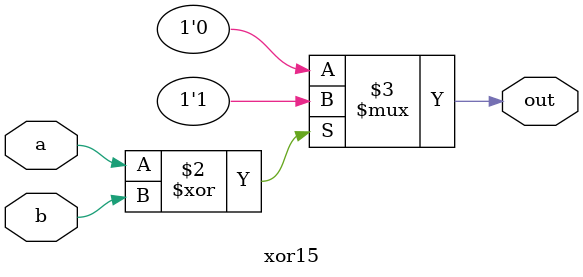
<source format=v>
module xor15 (
    input wire a,
    input wire b,
    output wire out
);

assign out = (a ^ b == 1'b1) ? 1'b1 : 1'b0;

endmodule

</source>
